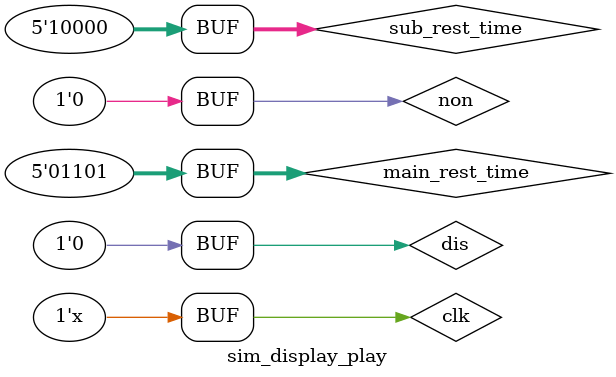
<source format=v>
`timescale 1ns / 1ps
module sim_display_play();
    reg [4 : 0] main_rest_time, sub_rest_time;
    reg clk;
    reg dis, non;
    wire [7 : 0]SIG_C;
    wire [7 : 0]POS;
    
    display_time ddd(main_rest_time, sub_rest_time, clk, dis, non, SIG_C, POS);
    initial begin
        main_rest_time <= 0;
        sub_rest_time <= 0;
        clk <= 0;
        dis <= 0;
        non <= 0;

        #10 main_rest_time <= 13;
        #50 sub_rest_time <= 16;
    end

    always  begin
        #5 clk = ~clk;
    end
endmodule 
</source>
